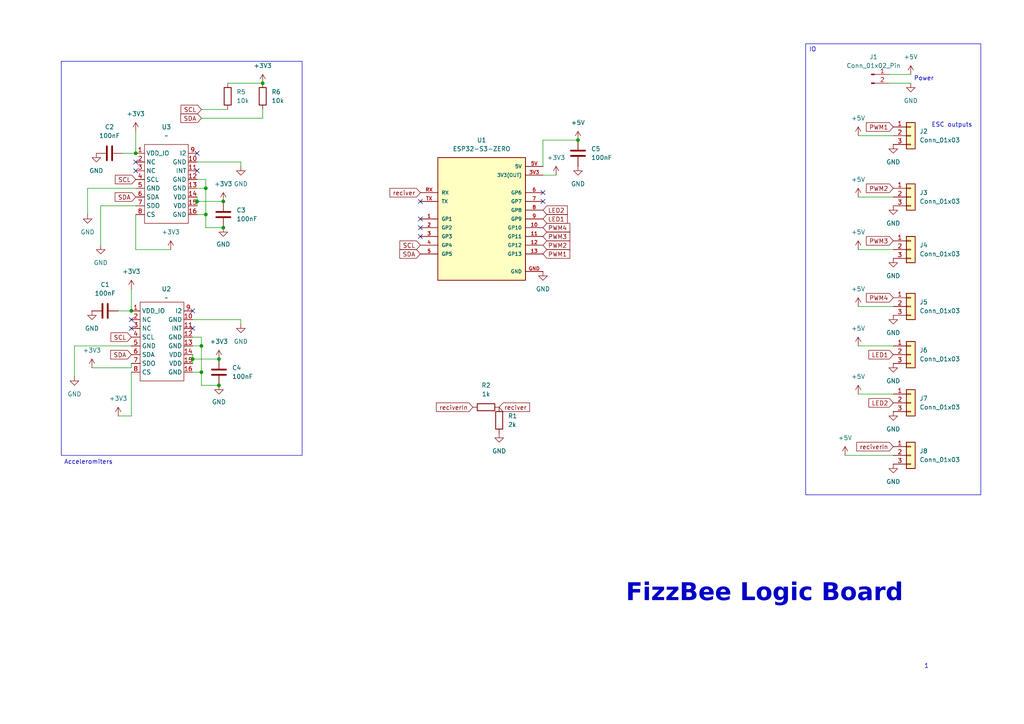
<source format=kicad_sch>
(kicad_sch (version 20250114) (generator "eeschema") (generator_version "9.0")
  (paper "A4")
  (lib_symbols
    (symbol "Adafruit_H3LIS331_1"
      (property "Reference" "U" (at 2.286 21.336 0))
      (symbol "Adafruit_H3LIS331_1_0_1"
        (rectangle (start -3.81 19.05) (end 8.89 -3.81))
      )
      (symbol "Adafruit_H3LIS331_1_1_1"
        (pin input line (at -6.35 16.51 0) (length 2.54) (name "VDD_IO") (number "1"))
        (pin output line (at -6.35 13.97 0) (length 2.54) (name "NC") (number "2"))
        (pin output line (at -6.35 11.43 0) (length 2.54) (name "NC") (number "3"))
        (pin input line (at -6.35 8.89 0) (length 2.54) (name "SCL") (number "4"))
        (pin output line (at -6.35 6.35 0) (length 2.54) (name "GND") (number "5"))
        (pin output line (at -6.35 3.81 0) (length 2.54) (name "SDA") (number "6"))
        (pin output line (at -6.35 1.27 0) (length 2.54) (name "SDO") (number "7"))
        (pin output line (at -6.35 -1.27 0) (length 2.54) (name "CS") (number "8"))
        (pin output line (at 11.43 16.51 180) (length 2.54) (name "I2") (number "9"))
        (pin output line (at 11.43 13.97 180) (length 2.54) (name "GND") (number "10"))
        (pin output line (at 11.43 11.43 180) (length 2.54) (name "INT") (number "11"))
        (pin output line (at 11.43 8.89 180) (length 2.54) (name "GND") (number "12"))
        (pin output line (at 11.43 6.35 180) (length 2.54) (name "GND") (number "13"))
        (pin output line (at 11.43 3.81 180) (length 2.54) (name "VDD") (number "14"))
        (pin output line (at 11.43 1.27 180) (length 2.54) (name "VDD") (number "15"))
        (pin output line (at 11.43 -1.27 180) (length 2.54) (name "GND") (number "16"))
      )
    )
    (symbol "Connector:Conn_01x02_Pin" (pin_names (offset 1.016) (hide yes))
      (property "Reference" "J" (at 0 2.54 0))
      (property "Value" "Conn_01x02_Pin" (at 0 -5.08 0))
      (symbol "Conn_01x02_Pin_1_1"
        (rectangle (start 0.8636 0.127) (end 0 -0.127) (stroke (width 0.1524)) (fill (type outline)))
        (rectangle (start 0.8636 -2.413) (end 0 -2.667) (stroke (width 0.1524)) (fill (type outline)))
        (polyline (pts (xy 1.27 0) (xy 0.8636 0)) (stroke (width 0.1524)))
        (polyline (pts (xy 1.27 -2.54) (xy 0.8636 -2.54)) (stroke (width 0.1524)))
        (pin passive line (at 5.08 0 180) (length 3.81) (name "Pin_1") (number "1"))
        (pin passive line (at 5.08 -2.54 180) (length 3.81) (name "Pin_2") (number "2"))
      )
    )
    (symbol "Connector_Generic:Conn_01x03" (pin_names (offset 1.016) (hide yes))
      (property "Reference" "J" (at 0 5.08 0))
      (property "Value" "Conn_01x03" (at 0 -5.08 0))
      (symbol "Conn_01x03_1_1"
        (rectangle (start -1.27 3.81) (end 1.27 -3.81) (stroke (width 0.254)) (fill (type background)))
        (rectangle (start -1.27 2.667) (end 0 2.413) (stroke (width 0.1524)))
        (rectangle (start -1.27 0.127) (end 0 -0.127) (stroke (width 0.1524)))
        (rectangle (start -1.27 -2.413) (end 0 -2.667) (stroke (width 0.1524)))
        (pin passive line (at -5.08 2.54 0) (length 3.81) (name "Pin_1") (number "1"))
        (pin passive line (at -5.08 0 0) (length 3.81) (name "Pin_2") (number "2"))
        (pin passive line (at -5.08 -2.54 0) (length 3.81) (name "Pin_3") (number "3"))
      )
    )
    (symbol "Device:C" (pin_numbers (hide yes)) (pin_names (offset 0.254))
      (property "Reference" "C" (at 0.635 2.54 0))
      (property "Value" "C" (at 0.635 -2.54 0))
      (symbol "C_0_1"
        (polyline (pts (xy -2.032 0.762) (xy 2.032 0.762)) (stroke (width 0.508)))
        (polyline (pts (xy -2.032 -0.762) (xy 2.032 -0.762)) (stroke (width 0.508)))
      )
      (symbol "C_1_1"
        (pin passive line (at 0 3.81 270) (length 2.794) (name "~") (number "1"))
        (pin passive line (at 0 -3.81 90) (length 2.794) (name "~") (number "2"))
      )
    )
    (symbol "Device:R" (pin_numbers (hide yes)) (pin_names (offset 0))
      (property "Reference" "R" (at 2.032 0 90))
      (property "Value" "R" (at 0 0 90))
      (symbol "R_0_1"
        (rectangle (start -1.016 -2.54) (end 1.016 2.54) (stroke (width 0.254)))
      )
      (symbol "R_1_1"
        (pin passive line (at 0 3.81 270) (length 1.27) (name "~") (number "1"))
        (pin passive line (at 0 -3.81 90) (length 1.27) (name "~") (number "2"))
      )
    )
    (symbol "ESP32-S3-ZERO:ESP32-S3-ZERO" (pin_names (offset 1.016))
      (property "Reference" "U" (at -12.7 18.542 0))
      (property "Value" "ESP32-S3-ZERO" (at -12.7 -20.32 0))
      (symbol "ESP32-S3-ZERO_0_0"
        (rectangle (start -12.7 -17.78) (end 12.7 17.78) (stroke (width 0.254)) (fill (type background)))
        (pin input line (at -17.78 7.62 0) (length 5.08) (name "RX") (number "RX"))
        (pin output line (at -17.78 5.08 0) (length 5.08) (name "TX") (number "TX"))
        (pin bidirectional line (at -17.78 0 0) (length 5.08) (name "GP1") (number "1"))
        (pin bidirectional line (at -17.78 -2.54 0) (length 5.08) (name "GP2") (number "2"))
        (pin bidirectional line (at -17.78 -5.08 0) (length 5.08) (name "GP3") (number "3"))
        (pin bidirectional line (at -17.78 -7.62 0) (length 5.08) (name "GP4") (number "4"))
        (pin bidirectional line (at -17.78 -10.16 0) (length 5.08) (name "GP5") (number "5"))
        (pin power_in line (at 17.78 15.24 180) (length 5.08) (name "5V") (number "5V"))
        (pin power_in line (at 17.78 12.7 180) (length 5.08) (name "3V3(OUT)") (number "3V3"))
        (pin bidirectional line (at 17.78 7.62 180) (length 5.08) (name "GP6") (number "6"))
        (pin bidirectional line (at 17.78 5.08 180) (length 5.08) (name "GP7") (number "7"))
        (pin bidirectional line (at 17.78 2.54 180) (length 5.08) (name "GP8") (number "8"))
        (pin bidirectional line (at 17.78 0 180) (length 5.08) (name "GP9") (number "9"))
        (pin bidirectional line (at 17.78 -2.54 180) (length 5.08) (name "GP10") (number "10"))
        (pin bidirectional line (at 17.78 -5.08 180) (length 5.08) (name "GP11") (number "11"))
        (pin bidirectional line (at 17.78 -7.62 180) (length 5.08) (name "GP12") (number "12"))
        (pin bidirectional line (at 17.78 -10.16 180) (length 5.08) (name "GP13") (number "13"))
        (pin power_in line (at 17.78 -15.24 180) (length 5.08) (name "GND") (number "GND"))
      )
    )
    (symbol "power:+3V3" (power) (pin_numbers (hide yes)) (pin_names (offset 0) (hide yes))
      (property "Value" "+3V3" (at 0 3.556 0))
      (symbol "+3V3_0_1"
        (polyline (pts (xy -0.762 1.27) (xy 0 2.54)))
        (polyline (pts (xy 0 2.54) (xy 0.762 1.27)))
        (polyline (pts (xy 0 0) (xy 0 2.54)))
      )
      (symbol "+3V3_1_1"
        (pin power_in line (at 0 0 90) (length 0) (name "~") (number "1"))
      )
    )
    (symbol "power:+5V" (power) (pin_numbers (hide yes)) (pin_names (offset 0) (hide yes))
      (property "Value" "+5V" (at 0 3.556 0))
      (symbol "+5V_0_1"
        (polyline (pts (xy -0.762 1.27) (xy 0 2.54)))
        (polyline (pts (xy 0 2.54) (xy 0.762 1.27)))
        (polyline (pts (xy 0 0) (xy 0 2.54)))
      )
      (symbol "+5V_1_1"
        (pin power_in line (at 0 0 90) (length 0) (name "~") (number "1"))
      )
    )
    (symbol "power:GND" (power) (pin_numbers (hide yes)) (pin_names (offset 0) (hide yes))
      (property "Value" "GND" (at 0 -3.81 0))
      (symbol "GND_0_1"
        (polyline (pts (xy 0 0) (xy 0 -1.27) (xy 1.27 -1.27) (xy 0 -2.54) (xy -1.27 -1.27) (xy 0 -1.27)))
      )
      (symbol "GND_1_1"
        (pin power_in line (at 0 0 270) (length 0) (name "~") (number "1"))
      )
    )
  )
  (rectangle (start 233.68 12.7) (end 284.48 143.51))
  (rectangle (start 17.78 17.78) (end 87.63 132.08))
  (text "IO" (at 235.712 14.478 0) (effects (font (size 1.27 1.27))))
  (text "ESC outputs" (at 276.098 36.322 0) (effects (font (size 1.27 1.27))))
  (text "FizzBee Logic Board" (at 221.742 173.482 0) (effects (font (size 5.08 5.08) (bold yes))))
  (text "1" (at 268.732 193.294 0) (effects (font (size 1.27 1.27))))
  (text "Power" (at 267.97 22.86 0) (effects (font (size 1.27 1.27))))
  (text "Acceleromiters" (at 25.654 134.112 0) (effects (font (size 1.27 1.27))))
  (junction (at 57.15 58.42))
  (junction (at 55.88 104.14))
  (junction (at 167.64 40.64))
  (junction (at 58.42 100.33))
  (junction (at 58.42 107.95))
  (junction (at 39.37 44.45))
  (junction (at 38.1 90.17))
  (junction (at 63.5 111.76))
  (junction (at 63.5 104.14))
  (junction (at 59.69 54.61))
  (junction (at 76.2 24.13))
  (junction (at 64.77 66.04))
  (junction (at 59.69 62.23))
  (junction (at 64.77 58.42))
  (no_connect (at 121.92 66.04))
  (no_connect (at 121.92 58.42))
  (no_connect (at 157.48 55.88))
  (no_connect (at 121.92 63.5))
  (no_connect (at 39.37 49.53))
  (no_connect (at 55.88 95.25))
  (no_connect (at 38.1 95.25))
  (no_connect (at 121.92 68.58))
  (no_connect (at 55.88 90.17))
  (no_connect (at 39.37 46.99))
  (no_connect (at 38.1 92.71))
  (no_connect (at 57.15 44.45))
  (no_connect (at 57.15 49.53))
  (no_connect (at 157.48 58.42))
  (wire (pts (xy 157.48 50.8) (xy 161.29 50.8)))
  (wire (pts (xy 25.4 54.61) (xy 39.37 54.61)))
  (wire (pts (xy 21.59 109.22) (xy 21.59 100.33)))
  (wire (pts (xy 55.88 107.95) (xy 58.42 107.95)))
  (wire (pts (xy 38.1 106.68) (xy 38.1 105.41)))
  (wire (pts (xy 55.88 104.14) (xy 55.88 105.41)))
  (wire (pts (xy 157.48 48.26) (xy 157.48 40.64)))
  (wire (pts (xy 39.37 72.39) (xy 49.53 72.39)))
  (wire (pts (xy 76.2 34.29) (xy 76.2 31.75)))
  (wire (pts (xy 248.92 88.9) (xy 259.08 88.9)))
  (wire (pts (xy 66.04 24.13) (xy 76.2 24.13)))
  (wire (pts (xy 39.37 38.1) (xy 39.37 44.45)))
  (wire (pts (xy 35.56 44.45) (xy 39.37 44.45)))
  (wire (pts (xy 57.15 58.42) (xy 57.15 59.69)))
  (wire (pts (xy 58.42 100.33) (xy 58.42 107.95)))
  (wire (pts (xy 34.29 90.17) (xy 38.1 90.17)))
  (wire (pts (xy 59.69 52.07) (xy 59.69 54.61)))
  (wire (pts (xy 69.85 92.71) (xy 69.85 93.98)))
  (wire (pts (xy 57.15 58.42) (xy 64.77 58.42)))
  (wire (pts (xy 58.42 31.75) (xy 66.04 31.75)))
  (wire (pts (xy 55.88 97.79) (xy 58.42 97.79)))
  (wire (pts (xy 38.1 83.82) (xy 38.1 90.17)))
  (wire (pts (xy 38.1 120.65) (xy 34.29 120.65)))
  (wire (pts (xy 58.42 97.79) (xy 58.42 100.33)))
  (wire (pts (xy 59.69 54.61) (xy 59.69 62.23)))
  (wire (pts (xy 58.42 107.95) (xy 58.42 111.76)))
  (wire (pts (xy 248.92 100.33) (xy 259.08 100.33)))
  (wire (pts (xy 55.88 100.33) (xy 58.42 100.33)))
  (wire (pts (xy 25.4 62.23) (xy 25.4 54.61)))
  (wire (pts (xy 21.59 100.33) (xy 38.1 100.33)))
  (wire (pts (xy 157.48 40.64) (xy 167.64 40.64)))
  (wire (pts (xy 58.42 111.76) (xy 63.5 111.76)))
  (wire (pts (xy 57.15 52.07) (xy 59.69 52.07)))
  (wire (pts (xy 55.88 102.87) (xy 55.88 104.14)))
  (wire (pts (xy 58.42 34.29) (xy 76.2 34.29)))
  (wire (pts (xy 39.37 62.23) (xy 39.37 72.39)))
  (wire (pts (xy 69.85 46.99) (xy 69.85 48.26)))
  (wire (pts (xy 26.67 106.68) (xy 38.1 106.68)))
  (wire (pts (xy 55.88 104.14) (xy 63.5 104.14)))
  (wire (pts (xy 57.15 62.23) (xy 59.69 62.23)))
  (wire (pts (xy 38.1 107.95) (xy 38.1 120.65)))
  (wire (pts (xy 57.15 46.99) (xy 69.85 46.99)))
  (wire (pts (xy 57.15 54.61) (xy 59.69 54.61)))
  (wire (pts (xy 248.92 39.37) (xy 259.08 39.37)))
  (wire (pts (xy 57.15 57.15) (xy 57.15 58.42)))
  (wire (pts (xy 248.92 57.15) (xy 259.08 57.15)))
  (wire (pts (xy 245.11 132.08) (xy 259.08 132.08)))
  (wire (pts (xy 39.37 59.69) (xy 29.21 59.69)))
  (wire (pts (xy 264.16 24.13) (xy 257.81 24.13)))
  (wire (pts (xy 29.21 59.69) (xy 29.21 71.12)))
  (wire (pts (xy 257.81 21.59) (xy 264.16 21.59)))
  (wire (pts (xy 59.69 66.04) (xy 64.77 66.04)))
  (wire (pts (xy 248.92 114.3) (xy 259.08 114.3)))
  (wire (pts (xy 55.88 92.71) (xy 69.85 92.71)))
  (wire (pts (xy 248.92 72.39) (xy 259.08 72.39)))
  (wire (pts (xy 59.69 62.23) (xy 59.69 66.04)))
  (global_label "SDA" (shape input) (at 121.92 73.66 180) (property "Intersheetrefs" "${INTERSHEET_REFS}" (effects (hide yes))))
  (global_label "LED2" (shape input) (at 157.48 60.96 0) (property "Intersheetrefs" "${INTERSHEET_REFS}" (effects (hide yes))))
  (global_label "SDA" (shape input) (at 38.1 102.87 180) (property "Intersheetrefs" "${INTERSHEET_REFS}" (effects (hide yes))))
  (global_label "SCL" (shape input) (at 58.42 31.75 180) (property "Intersheetrefs" "${INTERSHEET_REFS}" (effects (hide yes))))
  (global_label "LED2" (shape input) (at 259.08 116.84 180) (property "Intersheetrefs" "${INTERSHEET_REFS}" (effects (hide yes))))
  (global_label "PWM1" (shape input) (at 157.48 73.66 0) (property "Intersheetrefs" "${INTERSHEET_REFS}" (effects (hide yes))))
  (global_label "PWM3" (shape input) (at 259.08 69.85 180) (property "Intersheetrefs" "${INTERSHEET_REFS}" (effects (hide yes))))
  (global_label "LED1" (shape input) (at 157.48 63.5 0) (property "Intersheetrefs" "${INTERSHEET_REFS}" (effects (hide yes))))
  (global_label "reciverIn" (shape input) (at 137.16 118.11 180) (property "Intersheetrefs" "${INTERSHEET_REFS}" (effects (hide yes))))
  (global_label "reciver" (shape input) (at 144.78 118.11 0) (property "Intersheetrefs" "${INTERSHEET_REFS}" (effects (hide yes))))
  (global_label "SCL" (shape input) (at 121.92 71.12 180) (property "Intersheetrefs" "${INTERSHEET_REFS}" (effects (hide yes))))
  (global_label "PWM3" (shape input) (at 157.48 68.58 0) (property "Intersheetrefs" "${INTERSHEET_REFS}" (effects (hide yes))))
  (global_label "PWM1" (shape input) (at 259.08 36.83 180) (property "Intersheetrefs" "${INTERSHEET_REFS}" (effects (hide yes))))
  (global_label "reciverIn" (shape input) (at 259.08 129.54 180) (property "Intersheetrefs" "${INTERSHEET_REFS}" (effects (hide yes))))
  (global_label "PWM2" (shape input) (at 259.08 54.61 180) (property "Intersheetrefs" "${INTERSHEET_REFS}" (effects (hide yes))))
  (global_label "reciver" (shape input) (at 121.92 55.88 180) (property "Intersheetrefs" "${INTERSHEET_REFS}" (effects (hide yes))))
  (global_label "LED1" (shape input) (at 259.08 102.87 180) (property "Intersheetrefs" "${INTERSHEET_REFS}" (effects (hide yes))))
  (global_label "SDA" (shape input) (at 39.37 57.15 180) (property "Intersheetrefs" "${INTERSHEET_REFS}" (effects (hide yes))))
  (global_label "PWM2" (shape input) (at 157.48 71.12 0) (property "Intersheetrefs" "${INTERSHEET_REFS}" (effects (hide yes))))
  (global_label "PWM4" (shape input) (at 157.48 66.04 0) (property "Intersheetrefs" "${INTERSHEET_REFS}" (effects (hide yes))))
  (global_label "SCL" (shape input) (at 39.37 52.07 180) (property "Intersheetrefs" "${INTERSHEET_REFS}" (effects (hide yes))))
  (global_label "SCL" (shape input) (at 38.1 97.79 180) (property "Intersheetrefs" "${INTERSHEET_REFS}" (effects (hide yes))))
  (global_label "PWM4" (shape input) (at 259.08 86.36 180) (property "Intersheetrefs" "${INTERSHEET_REFS}" (effects (hide yes))))
  (global_label "SDA" (shape input) (at 58.42 34.29 180) (property "Intersheetrefs" "${INTERSHEET_REFS}" (effects (hide yes))))
  (symbol (lib_id "power:GND") (at 21.59 109.22 0) (unit 1)
    (property "Reference" "#PWR03" (effects (hide yes)))
    (property "Value" "GND" (at 21.59 114.3 0))
    (property "Description" "Power symbol creates a global label with name \"GND\" , ground" (effects (hide yes)))
  )
  (symbol (lib_id "power:+5V") (at 248.92 114.3 0) (unit 1)
    (property "Reference" "#PWR032" (effects (hide yes)))
    (property "Value" "+5V" (at 248.92 109.22 0))
    (property "Description" "Power symbol creates a global label with name \"+5V\"" (effects (hide yes)))
  )
  (symbol (lib_id "power:+5V") (at 167.64 40.64 0) (unit 1)
    (property "Reference" "#PWR06" (effects (hide yes)))
    (property "Value" "+5V" (at 167.64 35.56 0))
    (property "Description" "Power symbol creates a global label with name \"+5V\"" (effects (hide yes)))
  )
  (symbol (lib_id "power:+3V3") (at 63.5 104.14 0) (unit 1)
    (property "Reference" "#PWR029" (effects (hide yes)))
    (property "Value" "+3V3" (at 63.5 99.06 0))
    (property "Description" "Power symbol creates a global label with name \"+3V3\"" (effects (hide yes)))
  )
  (symbol (lib_id "power:GND") (at 259.08 105.41 0) (unit 1)
    (property "Reference" "#PWR027" (effects (hide yes)))
    (property "Value" "GND" (at 259.08 110.49 0))
    (property "Description" "Power symbol creates a global label with name \"GND\" , ground" (effects (hide yes)))
  )
  (symbol (lib_id "Connector_Generic:Conn_01x03") (at 264.16 72.39 0) (unit 1)
    (property "Reference" "J4" (at 266.7 71.1199 0) (effects (justify left)))
    (property "Value" "Conn_01x03" (at 266.7 73.6599 0) (effects (justify left)))
    (property "Footprint" "Connector_PinHeader_2.54mm:PinHeader_1x03_P2.54mm_Vertical" (effects (hide yes)))
    (property "Description" "Generic connector, single row, 01x03, script generated (kicad-library-utils/schlib/autogen/connector/)" (effects (hide yes)))
  )
  (symbol (lib_id "Connector_Generic:Conn_01x03") (at 264.16 39.37 0) (unit 1)
    (property "Reference" "J2" (at 266.7 38.0999 0) (effects (justify left)))
    (property "Value" "Conn_01x03" (at 266.7 40.6399 0) (effects (justify left)))
    (property "Footprint" "Connector_PinHeader_2.54mm:PinHeader_1x03_P2.54mm_Vertical" (effects (hide yes)))
    (property "Description" "Generic connector, single row, 01x03, script generated (kicad-library-utils/schlib/autogen/connector/)" (effects (hide yes)))
  )
  (symbol (lib_id "power:GND") (at 167.64 48.26 0) (unit 1)
    (property "Reference" "#PWR037" (effects (hide yes)))
    (property "Value" "GND" (at 167.64 53.34 0))
    (property "Description" "Power symbol creates a global label with name \"GND\" , ground" (effects (hide yes)))
  )
  (symbol (lib_id "power:GND") (at 259.08 91.44 0) (unit 1)
    (property "Reference" "#PWR022" (effects (hide yes)))
    (property "Value" "GND" (at 259.08 96.52 0))
    (property "Description" "Power symbol creates a global label with name \"GND\" , ground" (effects (hide yes)))
  )
  (symbol (lib_id "power:+5V") (at 248.92 57.15 0) (unit 1)
    (property "Reference" "#PWR012" (effects (hide yes)))
    (property "Value" "+5V" (at 248.92 52.07 0))
    (property "Description" "Power symbol creates a global label with name \"+5V\"" (effects (hide yes)))
  )
  (symbol (lib_id "power:GND") (at 26.67 90.17 0) (unit 1)
    (property "Reference" "#PWR02" (effects (hide yes)))
    (property "Value" "GND" (at 26.67 95.25 0))
    (property "Description" "Power symbol creates a global label with name \"GND\" , ground" (effects (hide yes)))
  )
  (symbol (lib_id "power:GND") (at 63.5 111.76 0) (unit 1)
    (property "Reference" "#PWR030" (effects (hide yes)))
    (property "Value" "GND" (at 63.5 116.586 0))
    (property "Description" "Power symbol creates a global label with name \"GND\" , ground" (effects (hide yes)))
  )
  (symbol (lib_id "power:+3V3") (at 39.37 38.1 0) (unit 1)
    (property "Reference" "#PWR05" (effects (hide yes)))
    (property "Value" "+3V3" (at 39.37 33.02 0))
    (property "Description" "Power symbol creates a global label with name \"+3V3\"" (effects (hide yes)))
  )
  (symbol (lib_name "Adafruit_H3LIS331_1") (lib_id "New_Library:Adafruit_H3LIS331") (at 44.45 106.68 0) (unit 1)
    (property "Reference" "U2" (at 48.26 83.82 0))
    (property "Value" "~" (at 48.26 86.36 0))
    (property "Footprint" "H3LIS331DL:QFN300X300X100-16N" (effects (hide yes)))
  )
  (symbol (lib_id "ESP32-S3-ZERO:ESP32-S3-ZERO") (at 139.7 63.5 0) (unit 1)
    (property "Reference" "U1" (at 139.7 40.64 0))
    (property "Value" "ESP32-S3-ZERO" (at 139.7 43.18 0))
    (property "Footprint" "ESP32-S3-ZERO:MODULE_ESP32-S3-ZERO" (effects (hide yes)))
    (property "MF" "Waveshare Electronics" (effects (hide yes)))
    (property "MAXIMUM_PACKAGE_HEIGHT" "4.35mm" (effects (hide yes)))
    (property "CREATOR" "ANA" (effects (hide yes)))
    (property "Price" "None" (effects (hide yes)))
    (property "Package" "None" (effects (hide yes)))
    (property "Check_prices" "https://www.snapeda.com/parts/ESP32-S3-Zero/Waveshare+Electronics/view-part/?ref=eda" (effects (hide yes)))
    (property "STANDARD" "Manufacturer Recommendations" (effects (hide yes)))
    (property "PARTREV" "NA" (effects (hide yes)))
    (property "VERIFIER" "RODRIGO" (effects (hide yes)))
    (property "SnapEDA_Link" "https://www.snapeda.com/parts/ESP32-S3-Zero/Waveshare+Electronics/view-part/?ref=snap" (effects (hide yes)))
    (property "MP" "ESP32-S3-Zero" (effects (hide yes)))
    (property "Description_1" "ESP32-S3 Mini Development Board, Based on ESP32-S3FH4R2 Dual-Core Processor, 240MHz Running Frequency, 2.4GHz Wi-Fi & Bluetooth 5" (effects (hide yes)))
    (property "Availability" "Not in stock" (effects (hide yes)))
    (property "MANUFACTURER" "Waveshare" (effects (hide yes)))
  )
  (symbol (lib_id "power:GND") (at 69.85 48.26 0) (unit 1)
    (property "Reference" "#PWR015" (effects (hide yes)))
    (property "Value" "GND" (at 69.85 53.34 0))
    (property "Description" "Power symbol creates a global label with name \"GND\" , ground" (effects (hide yes)))
  )
  (symbol (lib_id "power:GND") (at 259.08 119.38 0) (unit 1)
    (property "Reference" "#PWR034" (effects (hide yes)))
    (property "Value" "GND" (at 259.08 124.46 0))
    (property "Description" "Power symbol creates a global label with name \"GND\" , ground" (effects (hide yes)))
  )
  (symbol (lib_id "power:+3V3") (at 49.53 72.39 0) (unit 1)
    (property "Reference" "#PWR033" (effects (hide yes)))
    (property "Value" "+3V3" (at 49.53 67.31 0))
    (property "Description" "Power symbol creates a global label with name \"+3V3\"" (effects (hide yes)))
  )
  (symbol (lib_id "Connector_Generic:Conn_01x03") (at 264.16 132.08 0) (unit 1)
    (property "Reference" "J8" (at 266.7 130.8099 0) (effects (justify left)))
    (property "Value" "Conn_01x03" (at 266.7 133.3499 0) (effects (justify left)))
    (property "Footprint" "Connector_PinHeader_2.54mm:PinHeader_1x03_P2.54mm_Vertical" (effects (hide yes)))
    (property "Description" "Generic connector, single row, 01x03, script generated (kicad-library-utils/schlib/autogen/connector/)" (effects (hide yes)))
  )
  (symbol (lib_id "power:+3V3") (at 38.1 83.82 0) (unit 1)
    (property "Reference" "#PWR018" (effects (hide yes)))
    (property "Value" "+3V3" (at 38.1 78.74 0))
    (property "Description" "Power symbol creates a global label with name \"+3V3\"" (effects (hide yes)))
  )
  (symbol (lib_id "power:GND") (at 69.85 93.98 0) (unit 1)
    (property "Reference" "#PWR023" (effects (hide yes)))
    (property "Value" "GND" (at 69.85 99.06 0))
    (property "Description" "Power symbol creates a global label with name \"GND\" , ground" (effects (hide yes)))
  )
  (symbol (lib_name "Adafruit_H3LIS331_1") (lib_id "New_Library:Adafruit_H3LIS331") (at 45.72 60.96 0) (unit 1)
    (property "Reference" "U3" (at 48.26 36.83 0))
    (property "Value" "~" (at 48.26 39.37 0))
    (property "Footprint" "H3LIS331DL:QFN300X300X100-16N" (effects (hide yes)))
  )
  (symbol (lib_id "power:+3V3") (at 161.29 50.8 0) (unit 1)
    (property "Reference" "#PWR01" (effects (hide yes)))
    (property "Value" "+3V3" (at 161.29 45.72 0))
    (property "Description" "Power symbol creates a global label with name \"+3V3\"" (effects (hide yes)))
  )
  (symbol (lib_id "power:+5V") (at 248.92 100.33 0) (unit 1)
    (property "Reference" "#PWR026" (effects (hide yes)))
    (property "Value" "+5V" (at 248.92 95.25 0))
    (property "Description" "Power symbol creates a global label with name \"+5V\"" (effects (hide yes)))
  )
  (symbol (lib_id "power:+3V3") (at 64.77 58.42 0) (unit 1)
    (property "Reference" "#PWR014" (effects (hide yes)))
    (property "Value" "+3V3" (at 64.77 53.34 0))
    (property "Description" "Power symbol creates a global label with name \"+3V3\"" (effects (hide yes)))
  )
  (symbol (lib_id "power:GND") (at 29.21 71.12 0) (unit 1)
    (property "Reference" "#PWR028" (effects (hide yes)))
    (property "Value" "GND" (at 29.21 76.2 0))
    (property "Description" "Power symbol creates a global label with name \"GND\" , ground" (effects (hide yes)))
  )
  (symbol (lib_id "Connector_Generic:Conn_01x03") (at 264.16 88.9 0) (unit 1)
    (property "Reference" "J5" (at 266.7 87.6299 0) (effects (justify left)))
    (property "Value" "Conn_01x03" (at 266.7 90.1699 0) (effects (justify left)))
    (property "Footprint" "Connector_PinHeader_2.54mm:PinHeader_1x03_P2.54mm_Vertical" (effects (hide yes)))
    (property "Description" "Generic connector, single row, 01x03, script generated (kicad-library-utils/schlib/autogen/connector/)" (effects (hide yes)))
  )
  (symbol (lib_id "power:GND") (at 259.08 134.62 0) (unit 1)
    (property "Reference" "#PWR036" (effects (hide yes)))
    (property "Value" "GND" (at 259.08 139.7 0))
    (property "Description" "Power symbol creates a global label with name \"GND\" , ground" (effects (hide yes)))
  )
  (symbol (lib_id "Connector:Conn_01x02_Pin") (at 252.73 21.59 0) (unit 1)
    (property "Reference" "J1" (at 253.365 16.51 0))
    (property "Value" "Conn_01x02_Pin" (at 253.365 19.05 0))
    (property "Footprint" "Connector_PinHeader_2.54mm:PinHeader_1x02_P2.54mm_Vertical" (effects (hide yes)))
    (property "Description" "Generic connector, single row, 01x02, script generated" (effects (hide yes)))
  )
  (symbol (lib_id "power:GND") (at 259.08 59.69 0) (unit 1)
    (property "Reference" "#PWR017" (effects (hide yes)))
    (property "Value" "GND" (at 259.08 64.77 0))
    (property "Description" "Power symbol creates a global label with name \"GND\" , ground" (effects (hide yes)))
  )
  (symbol (lib_id "power:GND") (at 144.78 125.73 0) (unit 1)
    (property "Reference" "#PWR038" (effects (hide yes)))
    (property "Value" "GND" (at 144.78 130.81 0))
    (property "Description" "Power symbol creates a global label with name \"GND\" , ground" (effects (hide yes)))
  )
  (symbol (lib_id "power:GND") (at 25.4 62.23 0) (unit 1)
    (property "Reference" "#PWR013" (effects (hide yes)))
    (property "Value" "GND" (at 25.4 67.31 0))
    (property "Description" "Power symbol creates a global label with name \"GND\" , ground" (effects (hide yes)))
  )
  (symbol (lib_id "Device:R") (at 76.2 27.94 0) (unit 1)
    (property "Reference" "R6" (at 78.74 26.6699 0) (effects (justify left)))
    (property "Value" "10k" (at 78.74 29.2099 0) (effects (justify left)))
    (property "Footprint" "Capacitor_SMD:C_0402_1005Metric" (effects (hide yes)))
    (property "Description" "Resistor" (effects (hide yes)))
  )
  (symbol (lib_id "Device:C") (at 63.5 107.95 0) (unit 1)
    (property "Reference" "C4" (at 67.31 106.6799 0) (effects (justify left)))
    (property "Value" "100nF" (at 67.31 109.2199 0) (effects (justify left)))
    (property "Footprint" "Capacitor_SMD:C_0402_1005Metric" (effects (hide yes)))
    (property "Description" "Unpolarized capacitor" (effects (hide yes)))
  )
  (symbol (lib_id "Device:R") (at 144.78 121.92 0) (unit 1)
    (property "Reference" "R1" (at 147.32 120.6499 0) (effects (justify left)))
    (property "Value" "2k" (at 147.32 123.1899 0) (effects (justify left)))
    (property "Footprint" "Capacitor_SMD:C_0402_1005Metric" (effects (hide yes)))
    (property "Description" "Resistor" (effects (hide yes)))
  )
  (symbol (lib_id "power:+3V3") (at 26.67 106.68 0) (unit 1)
    (property "Reference" "#PWR031" (effects (hide yes)))
    (property "Value" "+3V3" (at 26.67 101.6 0))
    (property "Description" "Power symbol creates a global label with name \"+3V3\"" (effects (hide yes)))
  )
  (symbol (lib_id "power:GND") (at 259.08 41.91 0) (unit 1)
    (property "Reference" "#PWR011" (effects (hide yes)))
    (property "Value" "GND" (at 259.08 46.99 0))
    (property "Description" "Power symbol creates a global label with name \"GND\" , ground" (effects (hide yes)))
  )
  (symbol (lib_id "Device:C") (at 31.75 44.45 90) (unit 1)
    (property "Reference" "C2" (at 31.75 36.83 90))
    (property "Value" "100nF" (at 31.75 39.37 90))
    (property "Footprint" "Capacitor_SMD:C_0402_1005Metric" (effects (hide yes)))
    (property "Description" "Unpolarized capacitor" (effects (hide yes)))
  )
  (symbol (lib_id "power:+5V") (at 248.92 39.37 0) (unit 1)
    (property "Reference" "#PWR010" (effects (hide yes)))
    (property "Value" "+5V" (at 248.92 34.29 0))
    (property "Description" "Power symbol creates a global label with name \"+5V\"" (effects (hide yes)))
  )
  (symbol (lib_id "Connector_Generic:Conn_01x03") (at 264.16 102.87 0) (unit 1)
    (property "Reference" "J6" (at 266.7 101.5999 0) (effects (justify left)))
    (property "Value" "Conn_01x03" (at 266.7 104.1399 0) (effects (justify left)))
    (property "Footprint" "Connector_PinHeader_2.54mm:PinHeader_1x03_P2.54mm_Vertical" (effects (hide yes)))
    (property "Description" "Generic connector, single row, 01x03, script generated (kicad-library-utils/schlib/autogen/connector/)" (effects (hide yes)))
  )
  (symbol (lib_id "Device:R") (at 66.04 27.94 0) (unit 1)
    (property "Reference" "R5" (at 68.58 26.6699 0) (effects (justify left)))
    (property "Value" "10k" (at 68.58 29.2099 0) (effects (justify left)))
    (property "Footprint" "Capacitor_SMD:C_0402_1005Metric" (effects (hide yes)))
    (property "Description" "Resistor" (effects (hide yes)))
  )
  (symbol (lib_id "Connector_Generic:Conn_01x03") (at 264.16 116.84 0) (unit 1)
    (property "Reference" "J7" (at 266.7 115.5699 0) (effects (justify left)))
    (property "Value" "Conn_01x03" (at 266.7 118.1099 0) (effects (justify left)))
    (property "Footprint" "Connector_PinHeader_2.54mm:PinHeader_1x03_P2.54mm_Vertical" (effects (hide yes)))
    (property "Description" "Generic connector, single row, 01x03, script generated (kicad-library-utils/schlib/autogen/connector/)" (effects (hide yes)))
  )
  (symbol (lib_id "power:+3V3") (at 34.29 120.65 0) (unit 1)
    (property "Reference" "#PWR016" (effects (hide yes)))
    (property "Value" "+3V3" (at 34.29 115.57 0))
    (property "Description" "Power symbol creates a global label with name \"+3V3\"" (effects (hide yes)))
  )
  (symbol (lib_id "power:+5V") (at 248.92 72.39 0) (unit 1)
    (property "Reference" "#PWR019" (effects (hide yes)))
    (property "Value" "+5V" (at 248.92 67.31 0))
    (property "Description" "Power symbol creates a global label with name \"+5V\"" (effects (hide yes)))
  )
  (symbol (lib_id "power:GND") (at 64.77 66.04 0) (unit 1)
    (property "Reference" "#PWR024" (effects (hide yes)))
    (property "Value" "GND" (at 64.77 70.866 0))
    (property "Description" "Power symbol creates a global label with name \"GND\" , ground" (effects (hide yes)))
  )
  (symbol (lib_id "Device:C") (at 64.77 62.23 0) (unit 1)
    (property "Reference" "C3" (at 68.58 60.9599 0) (effects (justify left)))
    (property "Value" "100nF" (at 68.58 63.4999 0) (effects (justify left)))
    (property "Footprint" "Capacitor_SMD:C_0402_1005Metric" (effects (hide yes)))
    (property "Description" "Unpolarized capacitor" (effects (hide yes)))
  )
  (symbol (lib_id "power:+5V") (at 248.92 88.9 0) (unit 1)
    (property "Reference" "#PWR021" (effects (hide yes)))
    (property "Value" "+5V" (at 248.92 83.82 0))
    (property "Description" "Power symbol creates a global label with name \"+5V\"" (effects (hide yes)))
  )
  (symbol (lib_id "power:GND") (at 259.08 74.93 0) (unit 1)
    (property "Reference" "#PWR020" (effects (hide yes)))
    (property "Value" "GND" (at 259.08 80.01 0))
    (property "Description" "Power symbol creates a global label with name \"GND\" , ground" (effects (hide yes)))
  )
  (symbol (lib_id "power:GND") (at 27.94 44.45 0) (unit 1)
    (property "Reference" "#PWR04" (effects (hide yes)))
    (property "Value" "GND" (at 27.94 49.53 0))
    (property "Description" "Power symbol creates a global label with name \"GND\" , ground" (effects (hide yes)))
  )
  (symbol (lib_id "power:+5V") (at 264.16 21.59 0) (unit 1)
    (property "Reference" "#PWR09" (effects (hide yes)))
    (property "Value" "+5V" (at 264.16 16.51 0))
    (property "Description" "Power symbol creates a global label with name \"+5V\"" (effects (hide yes)))
  )
  (symbol (lib_id "Device:R") (at 140.97 118.11 90) (unit 1)
    (property "Reference" "R2" (at 140.97 111.76 90))
    (property "Value" "1k" (at 140.97 114.3 90))
    (property "Footprint" "Capacitor_SMD:C_0402_1005Metric" (effects (hide yes)))
    (property "Description" "Resistor" (effects (hide yes)))
  )
  (symbol (lib_id "power:GND") (at 157.48 78.74 0) (unit 1)
    (property "Reference" "#PWR07" (effects (hide yes)))
    (property "Value" "GND" (at 157.48 83.82 0))
    (property "Description" "Power symbol creates a global label with name \"GND\" , ground" (effects (hide yes)))
  )
  (symbol (lib_id "Device:C") (at 30.48 90.17 90) (unit 1)
    (property "Reference" "C1" (at 30.48 82.55 90))
    (property "Value" "100nF" (at 30.48 85.09 90))
    (property "Footprint" "Capacitor_SMD:C_0402_1005Metric" (effects (hide yes)))
    (property "Description" "Unpolarized capacitor" (effects (hide yes)))
  )
  (symbol (lib_id "power:+5V") (at 245.11 132.08 0) (unit 1)
    (property "Reference" "#PWR035" (effects (hide yes)))
    (property "Value" "+5V" (at 245.11 127 0))
    (property "Description" "Power symbol creates a global label with name \"+5V\"" (effects (hide yes)))
  )
  (symbol (lib_id "power:GND") (at 264.16 24.13 0) (unit 1)
    (property "Reference" "#PWR08" (effects (hide yes)))
    (property "Value" "GND" (at 264.16 29.21 0))
    (property "Description" "Power symbol creates a global label with name \"GND\" , ground" (effects (hide yes)))
  )
  (symbol (lib_id "Device:C") (at 167.64 44.45 0) (unit 1)
    (property "Reference" "C5" (at 171.45 43.1799 0) (effects (justify left)))
    (property "Value" "100nF" (at 171.45 45.7199 0) (effects (justify left)))
    (property "Footprint" "Capacitor_SMD:C_0402_1005Metric" (effects (hide yes)))
    (property "Description" "Unpolarized capacitor" (effects (hide yes)))
  )
  (symbol (lib_id "Connector_Generic:Conn_01x03") (at 264.16 57.15 0) (unit 1)
    (property "Reference" "J3" (at 266.7 55.8799 0) (effects (justify left)))
    (property "Value" "Conn_01x03" (at 266.7 58.4199 0) (effects (justify left)))
    (property "Footprint" "Connector_PinHeader_2.54mm:PinHeader_1x03_P2.54mm_Vertical" (effects (hide yes)))
    (property "Description" "Generic connector, single row, 01x03, script generated (kicad-library-utils/schlib/autogen/connector/)" (effects (hide yes)))
  )
  (symbol (lib_id "power:+3V3") (at 76.2 24.13 0) (unit 1)
    (property "Reference" "#PWR025" (effects (hide yes)))
    (property "Value" "+3V3" (at 76.2 19.05 0))
    (property "Description" "Power symbol creates a global label with name \"+3V3\"" (effects (hide yes)))
  )
)
</source>
